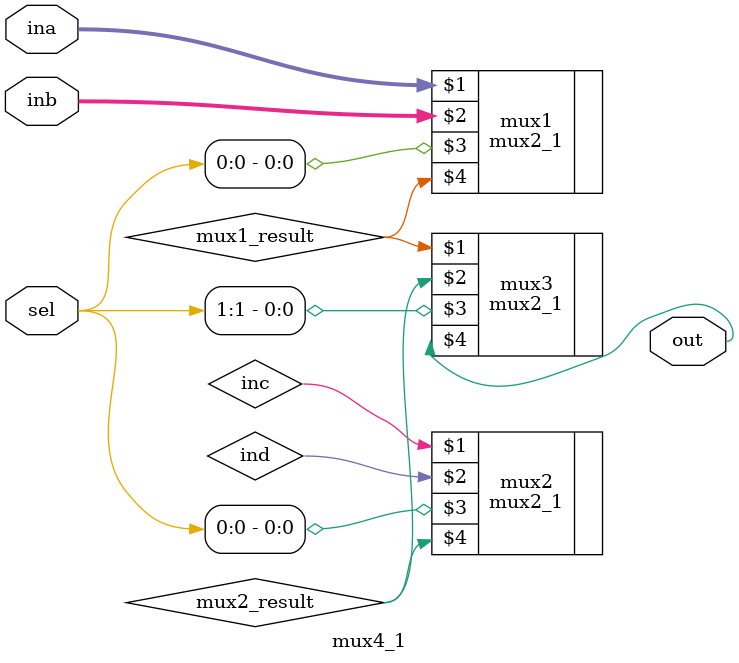
<source format=v>
module mux4_1(
    input [31:0] ina, inb,
    input [1:0] sel,
    output out
);
    
    wire mux1_result, mux2_result;
    
    mux2_1 mux1(ina, inb, sel[0], mux1_result);
    mux2_1 mux2(inc, ind, sel[0], mux2_result);
    mux2_1 mux3(mux1_result, mux2_result, sel[1], out);
endmodule
</source>
